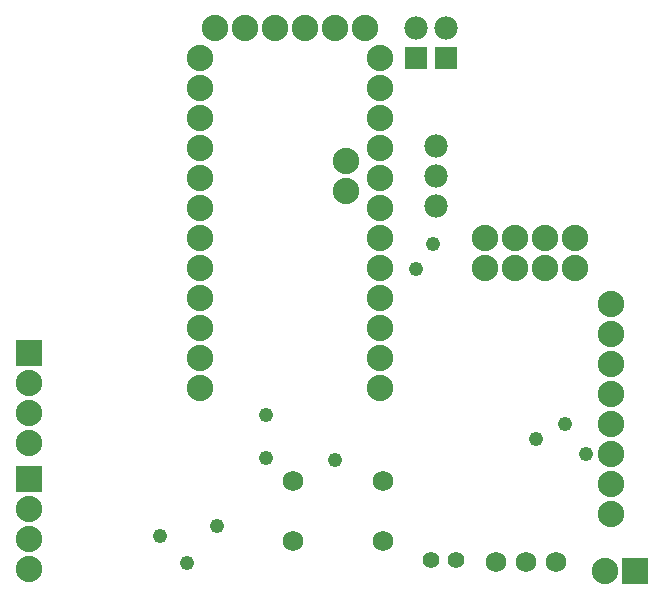
<source format=gbs>
G04 Layer_Color=16711935*
%FSLAX25Y25*%
%MOIN*%
G70*
G01*
G75*
%ADD33C,0.07800*%
%ADD34R,0.07800X0.07800*%
%ADD35C,0.08800*%
%ADD36R,0.08800X0.08800*%
%ADD37R,0.08800X0.08800*%
%ADD38C,0.06800*%
%ADD39C,0.05524*%
%ADD40C,0.04800*%
D33*
X142000Y127500D02*
D03*
Y137500D02*
D03*
Y147500D02*
D03*
X145500Y187000D02*
D03*
X135500D02*
D03*
D34*
X145500Y177000D02*
D03*
X135500D02*
D03*
D35*
X6500Y58500D02*
D03*
X6500Y68500D02*
D03*
X6500Y48500D02*
D03*
X6650Y6450D02*
D03*
X6650Y26450D02*
D03*
X6650Y16450D02*
D03*
X198500Y6000D02*
D03*
X63500Y177000D02*
D03*
Y167000D02*
D03*
Y157000D02*
D03*
Y147000D02*
D03*
Y137000D02*
D03*
Y127000D02*
D03*
Y117000D02*
D03*
Y107000D02*
D03*
Y97000D02*
D03*
Y87000D02*
D03*
Y77000D02*
D03*
Y67000D02*
D03*
X123500Y177000D02*
D03*
Y167000D02*
D03*
Y157000D02*
D03*
Y147000D02*
D03*
Y137000D02*
D03*
Y127000D02*
D03*
Y117000D02*
D03*
Y107000D02*
D03*
Y97000D02*
D03*
Y87000D02*
D03*
Y77000D02*
D03*
Y67000D02*
D03*
X112000Y142500D02*
D03*
Y132500D02*
D03*
X68500Y187000D02*
D03*
X78500D02*
D03*
X88500D02*
D03*
X98500D02*
D03*
X108500D02*
D03*
X118500D02*
D03*
X158500Y107000D02*
D03*
X168500D02*
D03*
X178500D02*
D03*
X188500D02*
D03*
Y117000D02*
D03*
X178500D02*
D03*
X168500D02*
D03*
X158500D02*
D03*
X200500Y25000D02*
D03*
Y35000D02*
D03*
Y45000D02*
D03*
Y55000D02*
D03*
Y65000D02*
D03*
Y75000D02*
D03*
Y85000D02*
D03*
Y95000D02*
D03*
D36*
X6500Y78500D02*
D03*
X6650Y36450D02*
D03*
D37*
X208500Y6000D02*
D03*
D38*
X124500Y36000D02*
D03*
X94500D02*
D03*
X124500Y16000D02*
D03*
X94500D02*
D03*
X162000Y9000D02*
D03*
X172000D02*
D03*
X182000D02*
D03*
D39*
X148768Y9500D02*
D03*
X140500D02*
D03*
D40*
X85500Y43500D02*
D03*
X85339Y57839D02*
D03*
X185000Y55000D02*
D03*
X192000Y45000D02*
D03*
X50200Y17500D02*
D03*
X59200Y8500D02*
D03*
X69000Y21000D02*
D03*
X141000Y115000D02*
D03*
X108500Y43000D02*
D03*
X175500Y49750D02*
D03*
X135500Y106500D02*
D03*
M02*

</source>
